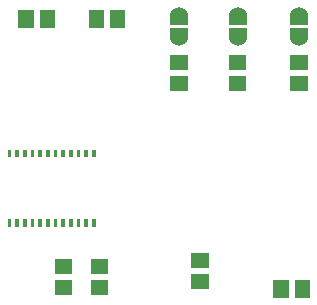
<source format=gbr>
G04 start of page 10 for group -4015 idx -4015 *
G04 Title: (unknown), toppaste *
G04 Creator: pcb 20140316 *
G04 CreationDate: Thu 29 Nov 2018 10:04:31 PM GMT UTC *
G04 For: railfan *
G04 Format: Gerber/RS-274X *
G04 PCB-Dimensions (mil): 2220.00 1040.00 *
G04 PCB-Coordinate-Origin: lower left *
%MOIN*%
%FSLAX25Y25*%
%LNTOPPASTE*%
%ADD70R,0.0300X0.0300*%
%ADD69C,0.0600*%
%ADD68R,0.0120X0.0120*%
%ADD67R,0.0512X0.0512*%
G54D67*X116043Y97393D02*Y96607D01*
X108957Y97393D02*Y96607D01*
X143107Y9457D02*X143893D01*
X143107Y16543D02*X143893D01*
X109607Y14543D02*X110393D01*
X109607Y7457D02*X110393D01*
X97607Y14543D02*X98393D01*
X97607Y7457D02*X98393D01*
X177543Y7393D02*Y6607D01*
X170457Y7393D02*Y6607D01*
X85457Y97393D02*Y96607D01*
X92543Y97393D02*Y96607D01*
G54D68*X108074Y52811D02*Y51417D01*
X105515Y52811D02*Y51417D01*
X102956Y52811D02*Y51417D01*
X100397Y52811D02*Y51417D01*
X97838Y52811D02*Y51417D01*
X95279Y52811D02*Y51417D01*
X92721Y52811D02*Y51417D01*
X90162Y52811D02*Y51417D01*
X87603Y52811D02*Y51417D01*
X85044Y52811D02*Y51417D01*
X82485Y52811D02*Y51417D01*
X79926Y52811D02*Y51417D01*
Y29583D02*Y28189D01*
X82485Y29583D02*Y28189D01*
X85044Y29583D02*Y28189D01*
X87603Y29583D02*Y28189D01*
X90162Y29583D02*Y28189D01*
X92721Y29583D02*Y28189D01*
X95279Y29583D02*Y28189D01*
X97838Y29583D02*Y28189D01*
X100397Y29583D02*Y28189D01*
X102956Y29583D02*Y28189D01*
X105515Y29583D02*Y28189D01*
X108074Y29583D02*Y28189D01*
G54D67*X136107Y75457D02*X136893D01*
X136107Y82543D02*X136893D01*
G54D69*X136500Y91100D03*
G54D70*X135000Y92600D02*X138000D01*
G54D69*X136500Y97900D03*
G54D70*X135000Y96400D02*X138000D01*
G54D69*X156000Y91100D03*
G54D70*X154500Y92600D02*X157500D01*
G54D69*X156000Y97900D03*
G54D70*X154500Y96400D02*X157500D01*
G54D67*X155607Y75457D02*X156393D01*
X155607Y82543D02*X156393D01*
G54D69*X176500Y91100D03*
G54D70*X175000Y92600D02*X178000D01*
G54D69*X176500Y97900D03*
G54D70*X175000Y96400D02*X178000D01*
G54D67*X176107Y75457D02*X176893D01*
X176107Y82543D02*X176893D01*
M02*

</source>
